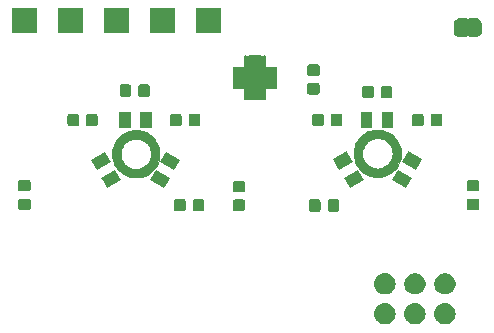
<source format=gbs>
G04 #@! TF.GenerationSoftware,KiCad,Pcbnew,(5.1.0)-1*
G04 #@! TF.CreationDate,2019-07-19T02:45:30-06:00*
G04 #@! TF.ProjectId,theremini,74686572-656d-4696-9e69-2e6b69636164,rev?*
G04 #@! TF.SameCoordinates,PX7b85180PY1758900*
G04 #@! TF.FileFunction,Soldermask,Bot*
G04 #@! TF.FilePolarity,Negative*
%FSLAX46Y46*%
G04 Gerber Fmt 4.6, Leading zero omitted, Abs format (unit mm)*
G04 Created by KiCad (PCBNEW (5.1.0)-1) date 2019-07-19 02:45:30*
%MOMM*%
%LPD*%
G04 APERTURE LIST*
%ADD10C,0.010000*%
%ADD11C,0.100000*%
G04 APERTURE END LIST*
D10*
G36*
X35057471Y-12768813D02*
G01*
X35123998Y-12769474D01*
X35177082Y-12770858D01*
X35220588Y-12773244D01*
X35258383Y-12776912D01*
X35294331Y-12782142D01*
X35332298Y-12789213D01*
X35371293Y-12797361D01*
X35573251Y-12851101D01*
X35765421Y-12923131D01*
X35946908Y-13012546D01*
X36116819Y-13118443D01*
X36274259Y-13239917D01*
X36418334Y-13376066D01*
X36548150Y-13525984D01*
X36662814Y-13688769D01*
X36761431Y-13863516D01*
X36843107Y-14049321D01*
X36906949Y-14245280D01*
X36939536Y-14382972D01*
X36947502Y-14424566D01*
X36953561Y-14462817D01*
X36957967Y-14501647D01*
X36960973Y-14544982D01*
X36962831Y-14596746D01*
X36963796Y-14660863D01*
X36964120Y-14741257D01*
X36964131Y-14764131D01*
X36963925Y-14849206D01*
X36963139Y-14917021D01*
X36961522Y-14971488D01*
X36958823Y-15016520D01*
X36954789Y-15056029D01*
X36949168Y-15093928D01*
X36941710Y-15134129D01*
X36939685Y-15144230D01*
X36888425Y-15345875D01*
X36818736Y-15538096D01*
X36731558Y-15719974D01*
X36627832Y-15890585D01*
X36508497Y-16049008D01*
X36374495Y-16194320D01*
X36226765Y-16325600D01*
X36066249Y-16441926D01*
X35893885Y-16542376D01*
X35710614Y-16626028D01*
X35517378Y-16691959D01*
X35315115Y-16739249D01*
X35312442Y-16739735D01*
X35264586Y-16746220D01*
X35200851Y-16751721D01*
X35126055Y-16756117D01*
X35045010Y-16759288D01*
X34962533Y-16761115D01*
X34883438Y-16761479D01*
X34812541Y-16760259D01*
X34754655Y-16757337D01*
X34725271Y-16754328D01*
X34531340Y-16718306D01*
X34341903Y-16665191D01*
X34160264Y-16596210D01*
X33989729Y-16512591D01*
X33857741Y-16432115D01*
X33691252Y-16307685D01*
X33540305Y-16169228D01*
X33405482Y-16017702D01*
X33287368Y-15854068D01*
X33186544Y-15679284D01*
X33103594Y-15494312D01*
X33039101Y-15300111D01*
X32993648Y-15097639D01*
X32976842Y-14981972D01*
X32970687Y-14903133D01*
X32968438Y-14809948D01*
X32969597Y-14727346D01*
X33682834Y-14727346D01*
X33682943Y-14769425D01*
X33683535Y-14841036D01*
X33684947Y-14896320D01*
X33687645Y-14940125D01*
X33692098Y-14977295D01*
X33698773Y-15012677D01*
X33708137Y-15051117D01*
X33711261Y-15062925D01*
X33765271Y-15226613D01*
X33836156Y-15378414D01*
X33923066Y-15517456D01*
X34025147Y-15642868D01*
X34141549Y-15753782D01*
X34271418Y-15849326D01*
X34413905Y-15928630D01*
X34568155Y-15990824D01*
X34641117Y-16012980D01*
X34774131Y-16040626D01*
X34915482Y-16054022D01*
X35057521Y-16052802D01*
X35180598Y-16038740D01*
X35339859Y-16001125D01*
X35490260Y-15945277D01*
X35630665Y-15872536D01*
X35759940Y-15784241D01*
X35876947Y-15681730D01*
X35980551Y-15566343D01*
X36069616Y-15439418D01*
X36143006Y-15302294D01*
X36199586Y-15156311D01*
X36238220Y-15002807D01*
X36257771Y-14843121D01*
X36260046Y-14766284D01*
X36249992Y-14598743D01*
X36219996Y-14438017D01*
X36170307Y-14284730D01*
X36101173Y-14139507D01*
X36012844Y-14002972D01*
X35905567Y-13875751D01*
X35905546Y-13875729D01*
X35783041Y-13761929D01*
X35650240Y-13666197D01*
X35508309Y-13589037D01*
X35358416Y-13530956D01*
X35201730Y-13492459D01*
X35039419Y-13474051D01*
X34973852Y-13472426D01*
X34805998Y-13482469D01*
X34645065Y-13512502D01*
X34491421Y-13562378D01*
X34345434Y-13631949D01*
X34207471Y-13721070D01*
X34077991Y-13829509D01*
X33968119Y-13947097D01*
X33875008Y-14076939D01*
X33798307Y-14219644D01*
X33737667Y-14375818D01*
X33711655Y-14465273D01*
X33700882Y-14508318D01*
X33693119Y-14545024D01*
X33687899Y-14580336D01*
X33684756Y-14619197D01*
X33683224Y-14666552D01*
X33682834Y-14727346D01*
X32969597Y-14727346D01*
X32969857Y-14708837D01*
X32974710Y-14606221D01*
X32982759Y-14508520D01*
X32993768Y-14422154D01*
X32998450Y-14394862D01*
X33045603Y-14198527D01*
X33111812Y-14009591D01*
X33196006Y-13829280D01*
X33297115Y-13658818D01*
X33414068Y-13499430D01*
X33545796Y-13352342D01*
X33691229Y-13218778D01*
X33849295Y-13099964D01*
X34018926Y-12997125D01*
X34199050Y-12911485D01*
X34339843Y-12859456D01*
X34426685Y-12832183D01*
X34503592Y-12810805D01*
X34575248Y-12794651D01*
X34646337Y-12783049D01*
X34721544Y-12775327D01*
X34805552Y-12770814D01*
X34903046Y-12768838D01*
X34973635Y-12768595D01*
X35057471Y-12768813D01*
X35057471Y-12768813D01*
G37*
X35057471Y-12768813D02*
X35123998Y-12769474D01*
X35177082Y-12770858D01*
X35220588Y-12773244D01*
X35258383Y-12776912D01*
X35294331Y-12782142D01*
X35332298Y-12789213D01*
X35371293Y-12797361D01*
X35573251Y-12851101D01*
X35765421Y-12923131D01*
X35946908Y-13012546D01*
X36116819Y-13118443D01*
X36274259Y-13239917D01*
X36418334Y-13376066D01*
X36548150Y-13525984D01*
X36662814Y-13688769D01*
X36761431Y-13863516D01*
X36843107Y-14049321D01*
X36906949Y-14245280D01*
X36939536Y-14382972D01*
X36947502Y-14424566D01*
X36953561Y-14462817D01*
X36957967Y-14501647D01*
X36960973Y-14544982D01*
X36962831Y-14596746D01*
X36963796Y-14660863D01*
X36964120Y-14741257D01*
X36964131Y-14764131D01*
X36963925Y-14849206D01*
X36963139Y-14917021D01*
X36961522Y-14971488D01*
X36958823Y-15016520D01*
X36954789Y-15056029D01*
X36949168Y-15093928D01*
X36941710Y-15134129D01*
X36939685Y-15144230D01*
X36888425Y-15345875D01*
X36818736Y-15538096D01*
X36731558Y-15719974D01*
X36627832Y-15890585D01*
X36508497Y-16049008D01*
X36374495Y-16194320D01*
X36226765Y-16325600D01*
X36066249Y-16441926D01*
X35893885Y-16542376D01*
X35710614Y-16626028D01*
X35517378Y-16691959D01*
X35315115Y-16739249D01*
X35312442Y-16739735D01*
X35264586Y-16746220D01*
X35200851Y-16751721D01*
X35126055Y-16756117D01*
X35045010Y-16759288D01*
X34962533Y-16761115D01*
X34883438Y-16761479D01*
X34812541Y-16760259D01*
X34754655Y-16757337D01*
X34725271Y-16754328D01*
X34531340Y-16718306D01*
X34341903Y-16665191D01*
X34160264Y-16596210D01*
X33989729Y-16512591D01*
X33857741Y-16432115D01*
X33691252Y-16307685D01*
X33540305Y-16169228D01*
X33405482Y-16017702D01*
X33287368Y-15854068D01*
X33186544Y-15679284D01*
X33103594Y-15494312D01*
X33039101Y-15300111D01*
X32993648Y-15097639D01*
X32976842Y-14981972D01*
X32970687Y-14903133D01*
X32968438Y-14809948D01*
X32969597Y-14727346D01*
X33682834Y-14727346D01*
X33682943Y-14769425D01*
X33683535Y-14841036D01*
X33684947Y-14896320D01*
X33687645Y-14940125D01*
X33692098Y-14977295D01*
X33698773Y-15012677D01*
X33708137Y-15051117D01*
X33711261Y-15062925D01*
X33765271Y-15226613D01*
X33836156Y-15378414D01*
X33923066Y-15517456D01*
X34025147Y-15642868D01*
X34141549Y-15753782D01*
X34271418Y-15849326D01*
X34413905Y-15928630D01*
X34568155Y-15990824D01*
X34641117Y-16012980D01*
X34774131Y-16040626D01*
X34915482Y-16054022D01*
X35057521Y-16052802D01*
X35180598Y-16038740D01*
X35339859Y-16001125D01*
X35490260Y-15945277D01*
X35630665Y-15872536D01*
X35759940Y-15784241D01*
X35876947Y-15681730D01*
X35980551Y-15566343D01*
X36069616Y-15439418D01*
X36143006Y-15302294D01*
X36199586Y-15156311D01*
X36238220Y-15002807D01*
X36257771Y-14843121D01*
X36260046Y-14766284D01*
X36249992Y-14598743D01*
X36219996Y-14438017D01*
X36170307Y-14284730D01*
X36101173Y-14139507D01*
X36012844Y-14002972D01*
X35905567Y-13875751D01*
X35905546Y-13875729D01*
X35783041Y-13761929D01*
X35650240Y-13666197D01*
X35508309Y-13589037D01*
X35358416Y-13530956D01*
X35201730Y-13492459D01*
X35039419Y-13474051D01*
X34973852Y-13472426D01*
X34805998Y-13482469D01*
X34645065Y-13512502D01*
X34491421Y-13562378D01*
X34345434Y-13631949D01*
X34207471Y-13721070D01*
X34077991Y-13829509D01*
X33968119Y-13947097D01*
X33875008Y-14076939D01*
X33798307Y-14219644D01*
X33737667Y-14375818D01*
X33711655Y-14465273D01*
X33700882Y-14508318D01*
X33693119Y-14545024D01*
X33687899Y-14580336D01*
X33684756Y-14619197D01*
X33683224Y-14666552D01*
X33682834Y-14727346D01*
X32969597Y-14727346D01*
X32969857Y-14708837D01*
X32974710Y-14606221D01*
X32982759Y-14508520D01*
X32993768Y-14422154D01*
X32998450Y-14394862D01*
X33045603Y-14198527D01*
X33111812Y-14009591D01*
X33196006Y-13829280D01*
X33297115Y-13658818D01*
X33414068Y-13499430D01*
X33545796Y-13352342D01*
X33691229Y-13218778D01*
X33849295Y-13099964D01*
X34018926Y-12997125D01*
X34199050Y-12911485D01*
X34339843Y-12859456D01*
X34426685Y-12832183D01*
X34503592Y-12810805D01*
X34575248Y-12794651D01*
X34646337Y-12783049D01*
X34721544Y-12775327D01*
X34805552Y-12770814D01*
X34903046Y-12768838D01*
X34973635Y-12768595D01*
X35057471Y-12768813D01*
G36*
X14612040Y-12804001D02*
G01*
X14708925Y-12808455D01*
X14763132Y-12813533D01*
X14963421Y-12847677D01*
X15157773Y-12901846D01*
X15344921Y-12975413D01*
X15523598Y-13067748D01*
X15692538Y-13178223D01*
X15850473Y-13306210D01*
X15950751Y-13402731D01*
X16042522Y-13501521D01*
X16120089Y-13595026D01*
X16187401Y-13688861D01*
X16248406Y-13788643D01*
X16307054Y-13899988D01*
X16321980Y-13930642D01*
X16373563Y-14044521D01*
X16414388Y-14150369D01*
X16447327Y-14256361D01*
X16472968Y-14360278D01*
X16507717Y-14564123D01*
X16521839Y-14766964D01*
X16515840Y-14967547D01*
X16490227Y-15164621D01*
X16445506Y-15356931D01*
X16382182Y-15543224D01*
X16300762Y-15722249D01*
X16201752Y-15892751D01*
X16085657Y-16053478D01*
X15952985Y-16203177D01*
X15804241Y-16340594D01*
X15639931Y-16464477D01*
X15616886Y-16479897D01*
X15448475Y-16579220D01*
X15270115Y-16661334D01*
X15080331Y-16726822D01*
X14877647Y-16776265D01*
X14854568Y-16780736D01*
X14800379Y-16788321D01*
X14730068Y-16794222D01*
X14648627Y-16798370D01*
X14561049Y-16800698D01*
X14472325Y-16801136D01*
X14387446Y-16799617D01*
X14311406Y-16796072D01*
X14249196Y-16790434D01*
X14239568Y-16789151D01*
X14038375Y-16750148D01*
X13844374Y-16691805D01*
X13658755Y-16614994D01*
X13482708Y-16520586D01*
X13317422Y-16409453D01*
X13164089Y-16282468D01*
X13023899Y-16140504D01*
X12898040Y-15984431D01*
X12787705Y-15815124D01*
X12710305Y-15668410D01*
X12631535Y-15478839D01*
X12572910Y-15284698D01*
X12534331Y-15087440D01*
X12515698Y-14888518D01*
X12516634Y-14734894D01*
X13227700Y-14734894D01*
X13228607Y-14894439D01*
X13249374Y-15052535D01*
X13289057Y-15203393D01*
X13350597Y-15355818D01*
X13429629Y-15497362D01*
X13524857Y-15626902D01*
X13634980Y-15743320D01*
X13758702Y-15845493D01*
X13894723Y-15932301D01*
X14041745Y-16002623D01*
X14198471Y-16055339D01*
X14304006Y-16079459D01*
X14359048Y-16086544D01*
X14428399Y-16090618D01*
X14506196Y-16091801D01*
X14586571Y-16090213D01*
X14663659Y-16085971D01*
X14731595Y-16079194D01*
X14784514Y-16070001D01*
X14785748Y-16069704D01*
X14950775Y-16020032D01*
X15102350Y-15954369D01*
X15241561Y-15872121D01*
X15369495Y-15772694D01*
X15426850Y-15719055D01*
X15535115Y-15597122D01*
X15627563Y-15462039D01*
X15703083Y-15315893D01*
X15760565Y-15160767D01*
X15792784Y-15031767D01*
X15799881Y-14980379D01*
X15804576Y-14914052D01*
X15806868Y-14838884D01*
X15806754Y-14760977D01*
X15804233Y-14686428D01*
X15799303Y-14621339D01*
X15792925Y-14576494D01*
X15750678Y-14412384D01*
X15690388Y-14259281D01*
X15611806Y-14116716D01*
X15514682Y-13984216D01*
X15431600Y-13893244D01*
X15305919Y-13781208D01*
X15171530Y-13688439D01*
X15028780Y-13615080D01*
X14878017Y-13561278D01*
X14719586Y-13527176D01*
X14553837Y-13512919D01*
X14517020Y-13512460D01*
X14354170Y-13521757D01*
X14199285Y-13549970D01*
X14050316Y-13597708D01*
X13905216Y-13665583D01*
X13806004Y-13724657D01*
X13743316Y-13770614D01*
X13674408Y-13830174D01*
X13603786Y-13898679D01*
X13535958Y-13971475D01*
X13475432Y-14043907D01*
X13426715Y-14111320D01*
X13417464Y-14125934D01*
X13341535Y-14269421D01*
X13284425Y-14420200D01*
X13246393Y-14576086D01*
X13227700Y-14734894D01*
X12516634Y-14734894D01*
X12516912Y-14689387D01*
X12537873Y-14491500D01*
X12578482Y-14296310D01*
X12638639Y-14105271D01*
X12718245Y-13919836D01*
X12817200Y-13741458D01*
X12845231Y-13697712D01*
X12966546Y-13532527D01*
X13102738Y-13382003D01*
X13252742Y-13246859D01*
X13415497Y-13127817D01*
X13589938Y-13025596D01*
X13775001Y-12940917D01*
X13969625Y-12874500D01*
X14113081Y-12838814D01*
X14194867Y-12825016D01*
X14291640Y-12814403D01*
X14397415Y-12807207D01*
X14506209Y-12803662D01*
X14612040Y-12804001D01*
X14612040Y-12804001D01*
G37*
X14612040Y-12804001D02*
X14708925Y-12808455D01*
X14763132Y-12813533D01*
X14963421Y-12847677D01*
X15157773Y-12901846D01*
X15344921Y-12975413D01*
X15523598Y-13067748D01*
X15692538Y-13178223D01*
X15850473Y-13306210D01*
X15950751Y-13402731D01*
X16042522Y-13501521D01*
X16120089Y-13595026D01*
X16187401Y-13688861D01*
X16248406Y-13788643D01*
X16307054Y-13899988D01*
X16321980Y-13930642D01*
X16373563Y-14044521D01*
X16414388Y-14150369D01*
X16447327Y-14256361D01*
X16472968Y-14360278D01*
X16507717Y-14564123D01*
X16521839Y-14766964D01*
X16515840Y-14967547D01*
X16490227Y-15164621D01*
X16445506Y-15356931D01*
X16382182Y-15543224D01*
X16300762Y-15722249D01*
X16201752Y-15892751D01*
X16085657Y-16053478D01*
X15952985Y-16203177D01*
X15804241Y-16340594D01*
X15639931Y-16464477D01*
X15616886Y-16479897D01*
X15448475Y-16579220D01*
X15270115Y-16661334D01*
X15080331Y-16726822D01*
X14877647Y-16776265D01*
X14854568Y-16780736D01*
X14800379Y-16788321D01*
X14730068Y-16794222D01*
X14648627Y-16798370D01*
X14561049Y-16800698D01*
X14472325Y-16801136D01*
X14387446Y-16799617D01*
X14311406Y-16796072D01*
X14249196Y-16790434D01*
X14239568Y-16789151D01*
X14038375Y-16750148D01*
X13844374Y-16691805D01*
X13658755Y-16614994D01*
X13482708Y-16520586D01*
X13317422Y-16409453D01*
X13164089Y-16282468D01*
X13023899Y-16140504D01*
X12898040Y-15984431D01*
X12787705Y-15815124D01*
X12710305Y-15668410D01*
X12631535Y-15478839D01*
X12572910Y-15284698D01*
X12534331Y-15087440D01*
X12515698Y-14888518D01*
X12516634Y-14734894D01*
X13227700Y-14734894D01*
X13228607Y-14894439D01*
X13249374Y-15052535D01*
X13289057Y-15203393D01*
X13350597Y-15355818D01*
X13429629Y-15497362D01*
X13524857Y-15626902D01*
X13634980Y-15743320D01*
X13758702Y-15845493D01*
X13894723Y-15932301D01*
X14041745Y-16002623D01*
X14198471Y-16055339D01*
X14304006Y-16079459D01*
X14359048Y-16086544D01*
X14428399Y-16090618D01*
X14506196Y-16091801D01*
X14586571Y-16090213D01*
X14663659Y-16085971D01*
X14731595Y-16079194D01*
X14784514Y-16070001D01*
X14785748Y-16069704D01*
X14950775Y-16020032D01*
X15102350Y-15954369D01*
X15241561Y-15872121D01*
X15369495Y-15772694D01*
X15426850Y-15719055D01*
X15535115Y-15597122D01*
X15627563Y-15462039D01*
X15703083Y-15315893D01*
X15760565Y-15160767D01*
X15792784Y-15031767D01*
X15799881Y-14980379D01*
X15804576Y-14914052D01*
X15806868Y-14838884D01*
X15806754Y-14760977D01*
X15804233Y-14686428D01*
X15799303Y-14621339D01*
X15792925Y-14576494D01*
X15750678Y-14412384D01*
X15690388Y-14259281D01*
X15611806Y-14116716D01*
X15514682Y-13984216D01*
X15431600Y-13893244D01*
X15305919Y-13781208D01*
X15171530Y-13688439D01*
X15028780Y-13615080D01*
X14878017Y-13561278D01*
X14719586Y-13527176D01*
X14553837Y-13512919D01*
X14517020Y-13512460D01*
X14354170Y-13521757D01*
X14199285Y-13549970D01*
X14050316Y-13597708D01*
X13905216Y-13665583D01*
X13806004Y-13724657D01*
X13743316Y-13770614D01*
X13674408Y-13830174D01*
X13603786Y-13898679D01*
X13535958Y-13971475D01*
X13475432Y-14043907D01*
X13426715Y-14111320D01*
X13417464Y-14125934D01*
X13341535Y-14269421D01*
X13284425Y-14420200D01*
X13246393Y-14576086D01*
X13227700Y-14734894D01*
X12516634Y-14734894D01*
X12516912Y-14689387D01*
X12537873Y-14491500D01*
X12578482Y-14296310D01*
X12638639Y-14105271D01*
X12718245Y-13919836D01*
X12817200Y-13741458D01*
X12845231Y-13697712D01*
X12966546Y-13532527D01*
X13102738Y-13382003D01*
X13252742Y-13246859D01*
X13415497Y-13127817D01*
X13589938Y-13025596D01*
X13775001Y-12940917D01*
X13969625Y-12874500D01*
X14113081Y-12838814D01*
X14194867Y-12825016D01*
X14291640Y-12814403D01*
X14397415Y-12807207D01*
X14506209Y-12803662D01*
X14612040Y-12804001D01*
D11*
G36*
X35720443Y-27455519D02*
G01*
X35786627Y-27462037D01*
X35956466Y-27513557D01*
X36112991Y-27597222D01*
X36148729Y-27626552D01*
X36250186Y-27709814D01*
X36333448Y-27811271D01*
X36362778Y-27847009D01*
X36446443Y-28003534D01*
X36497963Y-28173373D01*
X36515359Y-28350000D01*
X36497963Y-28526627D01*
X36446443Y-28696466D01*
X36362778Y-28852991D01*
X36333448Y-28888729D01*
X36250186Y-28990186D01*
X36148729Y-29073448D01*
X36112991Y-29102778D01*
X35956466Y-29186443D01*
X35786627Y-29237963D01*
X35720442Y-29244482D01*
X35654260Y-29251000D01*
X35565740Y-29251000D01*
X35499558Y-29244482D01*
X35433373Y-29237963D01*
X35263534Y-29186443D01*
X35107009Y-29102778D01*
X35071271Y-29073448D01*
X34969814Y-28990186D01*
X34886552Y-28888729D01*
X34857222Y-28852991D01*
X34773557Y-28696466D01*
X34722037Y-28526627D01*
X34704641Y-28350000D01*
X34722037Y-28173373D01*
X34773557Y-28003534D01*
X34857222Y-27847009D01*
X34886552Y-27811271D01*
X34969814Y-27709814D01*
X35071271Y-27626552D01*
X35107009Y-27597222D01*
X35263534Y-27513557D01*
X35433373Y-27462037D01*
X35499558Y-27455518D01*
X35565740Y-27449000D01*
X35654260Y-27449000D01*
X35720443Y-27455519D01*
X35720443Y-27455519D01*
G37*
G36*
X38260443Y-27455519D02*
G01*
X38326627Y-27462037D01*
X38496466Y-27513557D01*
X38652991Y-27597222D01*
X38688729Y-27626552D01*
X38790186Y-27709814D01*
X38873448Y-27811271D01*
X38902778Y-27847009D01*
X38986443Y-28003534D01*
X39037963Y-28173373D01*
X39055359Y-28350000D01*
X39037963Y-28526627D01*
X38986443Y-28696466D01*
X38902778Y-28852991D01*
X38873448Y-28888729D01*
X38790186Y-28990186D01*
X38688729Y-29073448D01*
X38652991Y-29102778D01*
X38496466Y-29186443D01*
X38326627Y-29237963D01*
X38260442Y-29244482D01*
X38194260Y-29251000D01*
X38105740Y-29251000D01*
X38039558Y-29244482D01*
X37973373Y-29237963D01*
X37803534Y-29186443D01*
X37647009Y-29102778D01*
X37611271Y-29073448D01*
X37509814Y-28990186D01*
X37426552Y-28888729D01*
X37397222Y-28852991D01*
X37313557Y-28696466D01*
X37262037Y-28526627D01*
X37244641Y-28350000D01*
X37262037Y-28173373D01*
X37313557Y-28003534D01*
X37397222Y-27847009D01*
X37426552Y-27811271D01*
X37509814Y-27709814D01*
X37611271Y-27626552D01*
X37647009Y-27597222D01*
X37803534Y-27513557D01*
X37973373Y-27462037D01*
X38039558Y-27455518D01*
X38105740Y-27449000D01*
X38194260Y-27449000D01*
X38260443Y-27455519D01*
X38260443Y-27455519D01*
G37*
G36*
X40800443Y-27455519D02*
G01*
X40866627Y-27462037D01*
X41036466Y-27513557D01*
X41192991Y-27597222D01*
X41228729Y-27626552D01*
X41330186Y-27709814D01*
X41413448Y-27811271D01*
X41442778Y-27847009D01*
X41526443Y-28003534D01*
X41577963Y-28173373D01*
X41595359Y-28350000D01*
X41577963Y-28526627D01*
X41526443Y-28696466D01*
X41442778Y-28852991D01*
X41413448Y-28888729D01*
X41330186Y-28990186D01*
X41228729Y-29073448D01*
X41192991Y-29102778D01*
X41036466Y-29186443D01*
X40866627Y-29237963D01*
X40800442Y-29244482D01*
X40734260Y-29251000D01*
X40645740Y-29251000D01*
X40579558Y-29244482D01*
X40513373Y-29237963D01*
X40343534Y-29186443D01*
X40187009Y-29102778D01*
X40151271Y-29073448D01*
X40049814Y-28990186D01*
X39966552Y-28888729D01*
X39937222Y-28852991D01*
X39853557Y-28696466D01*
X39802037Y-28526627D01*
X39784641Y-28350000D01*
X39802037Y-28173373D01*
X39853557Y-28003534D01*
X39937222Y-27847009D01*
X39966552Y-27811271D01*
X40049814Y-27709814D01*
X40151271Y-27626552D01*
X40187009Y-27597222D01*
X40343534Y-27513557D01*
X40513373Y-27462037D01*
X40579558Y-27455518D01*
X40645740Y-27449000D01*
X40734260Y-27449000D01*
X40800443Y-27455519D01*
X40800443Y-27455519D01*
G37*
G36*
X40803512Y-24913927D02*
G01*
X40952812Y-24943624D01*
X41116784Y-25011544D01*
X41264354Y-25110147D01*
X41389853Y-25235646D01*
X41488456Y-25383216D01*
X41556376Y-25547188D01*
X41591000Y-25721259D01*
X41591000Y-25898741D01*
X41556376Y-26072812D01*
X41488456Y-26236784D01*
X41389853Y-26384354D01*
X41264354Y-26509853D01*
X41116784Y-26608456D01*
X40952812Y-26676376D01*
X40803512Y-26706073D01*
X40778742Y-26711000D01*
X40601258Y-26711000D01*
X40576488Y-26706073D01*
X40427188Y-26676376D01*
X40263216Y-26608456D01*
X40115646Y-26509853D01*
X39990147Y-26384354D01*
X39891544Y-26236784D01*
X39823624Y-26072812D01*
X39789000Y-25898741D01*
X39789000Y-25721259D01*
X39823624Y-25547188D01*
X39891544Y-25383216D01*
X39990147Y-25235646D01*
X40115646Y-25110147D01*
X40263216Y-25011544D01*
X40427188Y-24943624D01*
X40576488Y-24913927D01*
X40601258Y-24909000D01*
X40778742Y-24909000D01*
X40803512Y-24913927D01*
X40803512Y-24913927D01*
G37*
G36*
X38263512Y-24913927D02*
G01*
X38412812Y-24943624D01*
X38576784Y-25011544D01*
X38724354Y-25110147D01*
X38849853Y-25235646D01*
X38948456Y-25383216D01*
X39016376Y-25547188D01*
X39051000Y-25721259D01*
X39051000Y-25898741D01*
X39016376Y-26072812D01*
X38948456Y-26236784D01*
X38849853Y-26384354D01*
X38724354Y-26509853D01*
X38576784Y-26608456D01*
X38412812Y-26676376D01*
X38263512Y-26706073D01*
X38238742Y-26711000D01*
X38061258Y-26711000D01*
X38036488Y-26706073D01*
X37887188Y-26676376D01*
X37723216Y-26608456D01*
X37575646Y-26509853D01*
X37450147Y-26384354D01*
X37351544Y-26236784D01*
X37283624Y-26072812D01*
X37249000Y-25898741D01*
X37249000Y-25721259D01*
X37283624Y-25547188D01*
X37351544Y-25383216D01*
X37450147Y-25235646D01*
X37575646Y-25110147D01*
X37723216Y-25011544D01*
X37887188Y-24943624D01*
X38036488Y-24913927D01*
X38061258Y-24909000D01*
X38238742Y-24909000D01*
X38263512Y-24913927D01*
X38263512Y-24913927D01*
G37*
G36*
X35720442Y-24915518D02*
G01*
X35786627Y-24922037D01*
X35956466Y-24973557D01*
X36112991Y-25057222D01*
X36148729Y-25086552D01*
X36250186Y-25169814D01*
X36333448Y-25271271D01*
X36362778Y-25307009D01*
X36446443Y-25463534D01*
X36497963Y-25633373D01*
X36515359Y-25810000D01*
X36497963Y-25986627D01*
X36446443Y-26156466D01*
X36362778Y-26312991D01*
X36333448Y-26348729D01*
X36250186Y-26450186D01*
X36177480Y-26509853D01*
X36112991Y-26562778D01*
X35956466Y-26646443D01*
X35786627Y-26697963D01*
X35720442Y-26704482D01*
X35654260Y-26711000D01*
X35565740Y-26711000D01*
X35499558Y-26704482D01*
X35433373Y-26697963D01*
X35263534Y-26646443D01*
X35107009Y-26562778D01*
X35042520Y-26509853D01*
X34969814Y-26450186D01*
X34886552Y-26348729D01*
X34857222Y-26312991D01*
X34773557Y-26156466D01*
X34722037Y-25986627D01*
X34704641Y-25810000D01*
X34722037Y-25633373D01*
X34773557Y-25463534D01*
X34857222Y-25307009D01*
X34886552Y-25271271D01*
X34969814Y-25169814D01*
X35071271Y-25086552D01*
X35107009Y-25057222D01*
X35263534Y-24973557D01*
X35433373Y-24922037D01*
X35499558Y-24915518D01*
X35565740Y-24909000D01*
X35654260Y-24909000D01*
X35720442Y-24915518D01*
X35720442Y-24915518D01*
G37*
G36*
X31589591Y-18658085D02*
G01*
X31623569Y-18668393D01*
X31654890Y-18685134D01*
X31682339Y-18707661D01*
X31704866Y-18735110D01*
X31721607Y-18766431D01*
X31731915Y-18800409D01*
X31736000Y-18841890D01*
X31736000Y-19518110D01*
X31731915Y-19559591D01*
X31721607Y-19593569D01*
X31704866Y-19624890D01*
X31682339Y-19652339D01*
X31654890Y-19674866D01*
X31623569Y-19691607D01*
X31589591Y-19701915D01*
X31548110Y-19706000D01*
X30946890Y-19706000D01*
X30905409Y-19701915D01*
X30871431Y-19691607D01*
X30840110Y-19674866D01*
X30812661Y-19652339D01*
X30790134Y-19624890D01*
X30773393Y-19593569D01*
X30763085Y-19559591D01*
X30759000Y-19518110D01*
X30759000Y-18841890D01*
X30763085Y-18800409D01*
X30773393Y-18766431D01*
X30790134Y-18735110D01*
X30812661Y-18707661D01*
X30840110Y-18685134D01*
X30871431Y-18668393D01*
X30905409Y-18658085D01*
X30946890Y-18654000D01*
X31548110Y-18654000D01*
X31589591Y-18658085D01*
X31589591Y-18658085D01*
G37*
G36*
X30014591Y-18658085D02*
G01*
X30048569Y-18668393D01*
X30079890Y-18685134D01*
X30107339Y-18707661D01*
X30129866Y-18735110D01*
X30146607Y-18766431D01*
X30156915Y-18800409D01*
X30161000Y-18841890D01*
X30161000Y-19518110D01*
X30156915Y-19559591D01*
X30146607Y-19593569D01*
X30129866Y-19624890D01*
X30107339Y-19652339D01*
X30079890Y-19674866D01*
X30048569Y-19691607D01*
X30014591Y-19701915D01*
X29973110Y-19706000D01*
X29371890Y-19706000D01*
X29330409Y-19701915D01*
X29296431Y-19691607D01*
X29265110Y-19674866D01*
X29237661Y-19652339D01*
X29215134Y-19624890D01*
X29198393Y-19593569D01*
X29188085Y-19559591D01*
X29184000Y-19518110D01*
X29184000Y-18841890D01*
X29188085Y-18800409D01*
X29198393Y-18766431D01*
X29215134Y-18735110D01*
X29237661Y-18707661D01*
X29265110Y-18685134D01*
X29296431Y-18668393D01*
X29330409Y-18658085D01*
X29371890Y-18654000D01*
X29973110Y-18654000D01*
X30014591Y-18658085D01*
X30014591Y-18658085D01*
G37*
G36*
X20159591Y-18628085D02*
G01*
X20193569Y-18638393D01*
X20224890Y-18655134D01*
X20252339Y-18677661D01*
X20274866Y-18705110D01*
X20291607Y-18736431D01*
X20301915Y-18770409D01*
X20306000Y-18811890D01*
X20306000Y-19488110D01*
X20301915Y-19529591D01*
X20291607Y-19563569D01*
X20274866Y-19594890D01*
X20252339Y-19622339D01*
X20224890Y-19644866D01*
X20193569Y-19661607D01*
X20159591Y-19671915D01*
X20118110Y-19676000D01*
X19516890Y-19676000D01*
X19475409Y-19671915D01*
X19441431Y-19661607D01*
X19410110Y-19644866D01*
X19382661Y-19622339D01*
X19360134Y-19594890D01*
X19343393Y-19563569D01*
X19333085Y-19529591D01*
X19329000Y-19488110D01*
X19329000Y-18811890D01*
X19333085Y-18770409D01*
X19343393Y-18736431D01*
X19360134Y-18705110D01*
X19382661Y-18677661D01*
X19410110Y-18655134D01*
X19441431Y-18638393D01*
X19475409Y-18628085D01*
X19516890Y-18624000D01*
X20118110Y-18624000D01*
X20159591Y-18628085D01*
X20159591Y-18628085D01*
G37*
G36*
X18584591Y-18628085D02*
G01*
X18618569Y-18638393D01*
X18649890Y-18655134D01*
X18677339Y-18677661D01*
X18699866Y-18705110D01*
X18716607Y-18736431D01*
X18726915Y-18770409D01*
X18731000Y-18811890D01*
X18731000Y-19488110D01*
X18726915Y-19529591D01*
X18716607Y-19563569D01*
X18699866Y-19594890D01*
X18677339Y-19622339D01*
X18649890Y-19644866D01*
X18618569Y-19661607D01*
X18584591Y-19671915D01*
X18543110Y-19676000D01*
X17941890Y-19676000D01*
X17900409Y-19671915D01*
X17866431Y-19661607D01*
X17835110Y-19644866D01*
X17807661Y-19622339D01*
X17785134Y-19594890D01*
X17768393Y-19563569D01*
X17758085Y-19529591D01*
X17754000Y-19488110D01*
X17754000Y-18811890D01*
X17758085Y-18770409D01*
X17768393Y-18736431D01*
X17785134Y-18705110D01*
X17807661Y-18677661D01*
X17835110Y-18655134D01*
X17866431Y-18638393D01*
X17900409Y-18628085D01*
X17941890Y-18624000D01*
X18543110Y-18624000D01*
X18584591Y-18628085D01*
X18584591Y-18628085D01*
G37*
G36*
X23619591Y-18673085D02*
G01*
X23653569Y-18683393D01*
X23684890Y-18700134D01*
X23712339Y-18722661D01*
X23734866Y-18750110D01*
X23751607Y-18781431D01*
X23761915Y-18815409D01*
X23766000Y-18856890D01*
X23766000Y-19458110D01*
X23761915Y-19499591D01*
X23751607Y-19533569D01*
X23734866Y-19564890D01*
X23712339Y-19592339D01*
X23684890Y-19614866D01*
X23653569Y-19631607D01*
X23619591Y-19641915D01*
X23578110Y-19646000D01*
X22901890Y-19646000D01*
X22860409Y-19641915D01*
X22826431Y-19631607D01*
X22795110Y-19614866D01*
X22767661Y-19592339D01*
X22745134Y-19564890D01*
X22728393Y-19533569D01*
X22718085Y-19499591D01*
X22714000Y-19458110D01*
X22714000Y-18856890D01*
X22718085Y-18815409D01*
X22728393Y-18781431D01*
X22745134Y-18750110D01*
X22767661Y-18722661D01*
X22795110Y-18700134D01*
X22826431Y-18683393D01*
X22860409Y-18673085D01*
X22901890Y-18669000D01*
X23578110Y-18669000D01*
X23619591Y-18673085D01*
X23619591Y-18673085D01*
G37*
G36*
X43449591Y-18593085D02*
G01*
X43483569Y-18603393D01*
X43514890Y-18620134D01*
X43542339Y-18642661D01*
X43564866Y-18670110D01*
X43581607Y-18701431D01*
X43591915Y-18735409D01*
X43596000Y-18776890D01*
X43596000Y-19378110D01*
X43591915Y-19419591D01*
X43581607Y-19453569D01*
X43564866Y-19484890D01*
X43542339Y-19512339D01*
X43514890Y-19534866D01*
X43483569Y-19551607D01*
X43449591Y-19561915D01*
X43408110Y-19566000D01*
X42731890Y-19566000D01*
X42690409Y-19561915D01*
X42656431Y-19551607D01*
X42625110Y-19534866D01*
X42597661Y-19512339D01*
X42575134Y-19484890D01*
X42558393Y-19453569D01*
X42548085Y-19419591D01*
X42544000Y-19378110D01*
X42544000Y-18776890D01*
X42548085Y-18735409D01*
X42558393Y-18701431D01*
X42575134Y-18670110D01*
X42597661Y-18642661D01*
X42625110Y-18620134D01*
X42656431Y-18603393D01*
X42690409Y-18593085D01*
X42731890Y-18589000D01*
X43408110Y-18589000D01*
X43449591Y-18593085D01*
X43449591Y-18593085D01*
G37*
G36*
X5469591Y-18593085D02*
G01*
X5503569Y-18603393D01*
X5534890Y-18620134D01*
X5562339Y-18642661D01*
X5584866Y-18670110D01*
X5601607Y-18701431D01*
X5611915Y-18735409D01*
X5616000Y-18776890D01*
X5616000Y-19378110D01*
X5611915Y-19419591D01*
X5601607Y-19453569D01*
X5584866Y-19484890D01*
X5562339Y-19512339D01*
X5534890Y-19534866D01*
X5503569Y-19551607D01*
X5469591Y-19561915D01*
X5428110Y-19566000D01*
X4751890Y-19566000D01*
X4710409Y-19561915D01*
X4676431Y-19551607D01*
X4645110Y-19534866D01*
X4617661Y-19512339D01*
X4595134Y-19484890D01*
X4578393Y-19453569D01*
X4568085Y-19419591D01*
X4564000Y-19378110D01*
X4564000Y-18776890D01*
X4568085Y-18735409D01*
X4578393Y-18701431D01*
X4595134Y-18670110D01*
X4617661Y-18642661D01*
X4645110Y-18620134D01*
X4676431Y-18603393D01*
X4710409Y-18593085D01*
X4751890Y-18589000D01*
X5428110Y-18589000D01*
X5469591Y-18593085D01*
X5469591Y-18593085D01*
G37*
G36*
X23619591Y-17098085D02*
G01*
X23653569Y-17108393D01*
X23684890Y-17125134D01*
X23712339Y-17147661D01*
X23734866Y-17175110D01*
X23751607Y-17206431D01*
X23761915Y-17240409D01*
X23766000Y-17281890D01*
X23766000Y-17883110D01*
X23761915Y-17924591D01*
X23751607Y-17958569D01*
X23734866Y-17989890D01*
X23712339Y-18017339D01*
X23684890Y-18039866D01*
X23653569Y-18056607D01*
X23619591Y-18066915D01*
X23578110Y-18071000D01*
X22901890Y-18071000D01*
X22860409Y-18066915D01*
X22826431Y-18056607D01*
X22795110Y-18039866D01*
X22767661Y-18017339D01*
X22745134Y-17989890D01*
X22728393Y-17958569D01*
X22718085Y-17924591D01*
X22714000Y-17883110D01*
X22714000Y-17281890D01*
X22718085Y-17240409D01*
X22728393Y-17206431D01*
X22745134Y-17175110D01*
X22767661Y-17147661D01*
X22795110Y-17125134D01*
X22826431Y-17108393D01*
X22860409Y-17098085D01*
X22901890Y-17094000D01*
X23578110Y-17094000D01*
X23619591Y-17098085D01*
X23619591Y-17098085D01*
G37*
G36*
X5469591Y-17018085D02*
G01*
X5503569Y-17028393D01*
X5534890Y-17045134D01*
X5562339Y-17067661D01*
X5584866Y-17095110D01*
X5601607Y-17126431D01*
X5611915Y-17160409D01*
X5616000Y-17201890D01*
X5616000Y-17803110D01*
X5611915Y-17844591D01*
X5601607Y-17878569D01*
X5584866Y-17909890D01*
X5562339Y-17937339D01*
X5534890Y-17959866D01*
X5503569Y-17976607D01*
X5469591Y-17986915D01*
X5428110Y-17991000D01*
X4751890Y-17991000D01*
X4710409Y-17986915D01*
X4676431Y-17976607D01*
X4645110Y-17959866D01*
X4617661Y-17937339D01*
X4595134Y-17909890D01*
X4578393Y-17878569D01*
X4568085Y-17844591D01*
X4564000Y-17803110D01*
X4564000Y-17201890D01*
X4568085Y-17160409D01*
X4578393Y-17126431D01*
X4595134Y-17095110D01*
X4617661Y-17067661D01*
X4645110Y-17045134D01*
X4676431Y-17028393D01*
X4710409Y-17018085D01*
X4751890Y-17014000D01*
X5428110Y-17014000D01*
X5469591Y-17018085D01*
X5469591Y-17018085D01*
G37*
G36*
X43449591Y-17018085D02*
G01*
X43483569Y-17028393D01*
X43514890Y-17045134D01*
X43542339Y-17067661D01*
X43564866Y-17095110D01*
X43581607Y-17126431D01*
X43591915Y-17160409D01*
X43596000Y-17201890D01*
X43596000Y-17803110D01*
X43591915Y-17844591D01*
X43581607Y-17878569D01*
X43564866Y-17909890D01*
X43542339Y-17937339D01*
X43514890Y-17959866D01*
X43483569Y-17976607D01*
X43449591Y-17986915D01*
X43408110Y-17991000D01*
X42731890Y-17991000D01*
X42690409Y-17986915D01*
X42656431Y-17976607D01*
X42625110Y-17959866D01*
X42597661Y-17937339D01*
X42575134Y-17909890D01*
X42558393Y-17878569D01*
X42548085Y-17844591D01*
X42544000Y-17803110D01*
X42544000Y-17201890D01*
X42548085Y-17160409D01*
X42558393Y-17126431D01*
X42575134Y-17095110D01*
X42597661Y-17067661D01*
X42625110Y-17045134D01*
X42656431Y-17028393D01*
X42690409Y-17018085D01*
X42731890Y-17014000D01*
X43408110Y-17014000D01*
X43449591Y-17018085D01*
X43449591Y-17018085D01*
G37*
G36*
X17397343Y-16833781D02*
G01*
X17397343Y-16833782D01*
X17206241Y-17164780D01*
X16901843Y-17692013D01*
X15713657Y-17006013D01*
X15713657Y-17006012D01*
X16206595Y-16152219D01*
X16209157Y-16147781D01*
X17397343Y-16833781D01*
X17397343Y-16833781D01*
G37*
G36*
X12793405Y-16152219D02*
G01*
X13286343Y-17006012D01*
X13286343Y-17006013D01*
X12098157Y-17692013D01*
X11793759Y-17164780D01*
X11602657Y-16833782D01*
X11602657Y-16833781D01*
X12790843Y-16147781D01*
X12793405Y-16152219D01*
X12793405Y-16152219D01*
G37*
G36*
X33558593Y-16566897D02*
G01*
X33806343Y-16996012D01*
X33806343Y-16996013D01*
X32618157Y-17682013D01*
X32289402Y-17112592D01*
X32122657Y-16823782D01*
X32122657Y-16823781D01*
X33310843Y-16137781D01*
X33558593Y-16566897D01*
X33558593Y-16566897D01*
G37*
G36*
X37887343Y-16823781D02*
G01*
X37887343Y-16823782D01*
X37720598Y-17112592D01*
X37391843Y-17682013D01*
X36203657Y-16996013D01*
X36203657Y-16996012D01*
X36451407Y-16566897D01*
X36699157Y-16137781D01*
X37887343Y-16823781D01*
X37887343Y-16823781D01*
G37*
G36*
X18286343Y-15293987D02*
G01*
X18286343Y-15293988D01*
X18186905Y-15466219D01*
X17790843Y-16152219D01*
X16602657Y-15466219D01*
X16602657Y-15466218D01*
X16850407Y-15037103D01*
X17098157Y-14607987D01*
X18286343Y-15293987D01*
X18286343Y-15293987D01*
G37*
G36*
X12149593Y-15037103D02*
G01*
X12397343Y-15466218D01*
X12397343Y-15466219D01*
X11209157Y-16152219D01*
X10813095Y-15466219D01*
X10713657Y-15293988D01*
X10713657Y-15293987D01*
X11901843Y-14607987D01*
X12149593Y-15037103D01*
X12149593Y-15037103D01*
G37*
G36*
X32427616Y-14607987D02*
G01*
X32917343Y-15456218D01*
X32917343Y-15456219D01*
X31729157Y-16142219D01*
X31481407Y-15713103D01*
X31233657Y-15283988D01*
X31233657Y-15283987D01*
X32421843Y-14597987D01*
X32427616Y-14607987D01*
X32427616Y-14607987D01*
G37*
G36*
X38776343Y-15283987D02*
G01*
X38776343Y-15283988D01*
X38528593Y-15713103D01*
X38280843Y-16142219D01*
X37092657Y-15456219D01*
X37092657Y-15456218D01*
X37582384Y-14607987D01*
X37588157Y-14597987D01*
X38776343Y-15283987D01*
X38776343Y-15283987D01*
G37*
G36*
X15854500Y-12646000D02*
G01*
X14863500Y-12646000D01*
X14863500Y-11274000D01*
X15854500Y-11274000D01*
X15854500Y-12646000D01*
X15854500Y-12646000D01*
G37*
G36*
X14076500Y-12646000D02*
G01*
X13085500Y-12646000D01*
X13085500Y-11274000D01*
X14076500Y-11274000D01*
X14076500Y-12646000D01*
X14076500Y-12646000D01*
G37*
G36*
X36334500Y-12636000D02*
G01*
X35343500Y-12636000D01*
X35343500Y-11264000D01*
X36334500Y-11264000D01*
X36334500Y-12636000D01*
X36334500Y-12636000D01*
G37*
G36*
X34556500Y-12636000D02*
G01*
X33565500Y-12636000D01*
X33565500Y-11264000D01*
X34556500Y-11264000D01*
X34556500Y-12636000D01*
X34556500Y-12636000D01*
G37*
G36*
X11139591Y-11418085D02*
G01*
X11173569Y-11428393D01*
X11204890Y-11445134D01*
X11232339Y-11467661D01*
X11254866Y-11495110D01*
X11271607Y-11526431D01*
X11281915Y-11560409D01*
X11286000Y-11601890D01*
X11286000Y-12278110D01*
X11281915Y-12319591D01*
X11271607Y-12353569D01*
X11254866Y-12384890D01*
X11232339Y-12412339D01*
X11204890Y-12434866D01*
X11173569Y-12451607D01*
X11139591Y-12461915D01*
X11098110Y-12466000D01*
X10496890Y-12466000D01*
X10455409Y-12461915D01*
X10421431Y-12451607D01*
X10390110Y-12434866D01*
X10362661Y-12412339D01*
X10340134Y-12384890D01*
X10323393Y-12353569D01*
X10313085Y-12319591D01*
X10309000Y-12278110D01*
X10309000Y-11601890D01*
X10313085Y-11560409D01*
X10323393Y-11526431D01*
X10340134Y-11495110D01*
X10362661Y-11467661D01*
X10390110Y-11445134D01*
X10421431Y-11428393D01*
X10455409Y-11418085D01*
X10496890Y-11414000D01*
X11098110Y-11414000D01*
X11139591Y-11418085D01*
X11139591Y-11418085D01*
G37*
G36*
X9564591Y-11418085D02*
G01*
X9598569Y-11428393D01*
X9629890Y-11445134D01*
X9657339Y-11467661D01*
X9679866Y-11495110D01*
X9696607Y-11526431D01*
X9706915Y-11560409D01*
X9711000Y-11601890D01*
X9711000Y-12278110D01*
X9706915Y-12319591D01*
X9696607Y-12353569D01*
X9679866Y-12384890D01*
X9657339Y-12412339D01*
X9629890Y-12434866D01*
X9598569Y-12451607D01*
X9564591Y-12461915D01*
X9523110Y-12466000D01*
X8921890Y-12466000D01*
X8880409Y-12461915D01*
X8846431Y-12451607D01*
X8815110Y-12434866D01*
X8787661Y-12412339D01*
X8765134Y-12384890D01*
X8748393Y-12353569D01*
X8738085Y-12319591D01*
X8734000Y-12278110D01*
X8734000Y-11601890D01*
X8738085Y-11560409D01*
X8748393Y-11526431D01*
X8765134Y-11495110D01*
X8787661Y-11467661D01*
X8815110Y-11445134D01*
X8846431Y-11428393D01*
X8880409Y-11418085D01*
X8921890Y-11414000D01*
X9523110Y-11414000D01*
X9564591Y-11418085D01*
X9564591Y-11418085D01*
G37*
G36*
X31859591Y-11418085D02*
G01*
X31893569Y-11428393D01*
X31924890Y-11445134D01*
X31952339Y-11467661D01*
X31974866Y-11495110D01*
X31991607Y-11526431D01*
X32001915Y-11560409D01*
X32006000Y-11601890D01*
X32006000Y-12278110D01*
X32001915Y-12319591D01*
X31991607Y-12353569D01*
X31974866Y-12384890D01*
X31952339Y-12412339D01*
X31924890Y-12434866D01*
X31893569Y-12451607D01*
X31859591Y-12461915D01*
X31818110Y-12466000D01*
X31216890Y-12466000D01*
X31175409Y-12461915D01*
X31141431Y-12451607D01*
X31110110Y-12434866D01*
X31082661Y-12412339D01*
X31060134Y-12384890D01*
X31043393Y-12353569D01*
X31033085Y-12319591D01*
X31029000Y-12278110D01*
X31029000Y-11601890D01*
X31033085Y-11560409D01*
X31043393Y-11526431D01*
X31060134Y-11495110D01*
X31082661Y-11467661D01*
X31110110Y-11445134D01*
X31141431Y-11428393D01*
X31175409Y-11418085D01*
X31216890Y-11414000D01*
X31818110Y-11414000D01*
X31859591Y-11418085D01*
X31859591Y-11418085D01*
G37*
G36*
X38744591Y-11418085D02*
G01*
X38778569Y-11428393D01*
X38809890Y-11445134D01*
X38837339Y-11467661D01*
X38859866Y-11495110D01*
X38876607Y-11526431D01*
X38886915Y-11560409D01*
X38891000Y-11601890D01*
X38891000Y-12278110D01*
X38886915Y-12319591D01*
X38876607Y-12353569D01*
X38859866Y-12384890D01*
X38837339Y-12412339D01*
X38809890Y-12434866D01*
X38778569Y-12451607D01*
X38744591Y-12461915D01*
X38703110Y-12466000D01*
X38101890Y-12466000D01*
X38060409Y-12461915D01*
X38026431Y-12451607D01*
X37995110Y-12434866D01*
X37967661Y-12412339D01*
X37945134Y-12384890D01*
X37928393Y-12353569D01*
X37918085Y-12319591D01*
X37914000Y-12278110D01*
X37914000Y-11601890D01*
X37918085Y-11560409D01*
X37928393Y-11526431D01*
X37945134Y-11495110D01*
X37967661Y-11467661D01*
X37995110Y-11445134D01*
X38026431Y-11428393D01*
X38060409Y-11418085D01*
X38101890Y-11414000D01*
X38703110Y-11414000D01*
X38744591Y-11418085D01*
X38744591Y-11418085D01*
G37*
G36*
X40319591Y-11418085D02*
G01*
X40353569Y-11428393D01*
X40384890Y-11445134D01*
X40412339Y-11467661D01*
X40434866Y-11495110D01*
X40451607Y-11526431D01*
X40461915Y-11560409D01*
X40466000Y-11601890D01*
X40466000Y-12278110D01*
X40461915Y-12319591D01*
X40451607Y-12353569D01*
X40434866Y-12384890D01*
X40412339Y-12412339D01*
X40384890Y-12434866D01*
X40353569Y-12451607D01*
X40319591Y-12461915D01*
X40278110Y-12466000D01*
X39676890Y-12466000D01*
X39635409Y-12461915D01*
X39601431Y-12451607D01*
X39570110Y-12434866D01*
X39542661Y-12412339D01*
X39520134Y-12384890D01*
X39503393Y-12353569D01*
X39493085Y-12319591D01*
X39489000Y-12278110D01*
X39489000Y-11601890D01*
X39493085Y-11560409D01*
X39503393Y-11526431D01*
X39520134Y-11495110D01*
X39542661Y-11467661D01*
X39570110Y-11445134D01*
X39601431Y-11428393D01*
X39635409Y-11418085D01*
X39676890Y-11414000D01*
X40278110Y-11414000D01*
X40319591Y-11418085D01*
X40319591Y-11418085D01*
G37*
G36*
X19829591Y-11418085D02*
G01*
X19863569Y-11428393D01*
X19894890Y-11445134D01*
X19922339Y-11467661D01*
X19944866Y-11495110D01*
X19961607Y-11526431D01*
X19971915Y-11560409D01*
X19976000Y-11601890D01*
X19976000Y-12278110D01*
X19971915Y-12319591D01*
X19961607Y-12353569D01*
X19944866Y-12384890D01*
X19922339Y-12412339D01*
X19894890Y-12434866D01*
X19863569Y-12451607D01*
X19829591Y-12461915D01*
X19788110Y-12466000D01*
X19186890Y-12466000D01*
X19145409Y-12461915D01*
X19111431Y-12451607D01*
X19080110Y-12434866D01*
X19052661Y-12412339D01*
X19030134Y-12384890D01*
X19013393Y-12353569D01*
X19003085Y-12319591D01*
X18999000Y-12278110D01*
X18999000Y-11601890D01*
X19003085Y-11560409D01*
X19013393Y-11526431D01*
X19030134Y-11495110D01*
X19052661Y-11467661D01*
X19080110Y-11445134D01*
X19111431Y-11428393D01*
X19145409Y-11418085D01*
X19186890Y-11414000D01*
X19788110Y-11414000D01*
X19829591Y-11418085D01*
X19829591Y-11418085D01*
G37*
G36*
X18254591Y-11418085D02*
G01*
X18288569Y-11428393D01*
X18319890Y-11445134D01*
X18347339Y-11467661D01*
X18369866Y-11495110D01*
X18386607Y-11526431D01*
X18396915Y-11560409D01*
X18401000Y-11601890D01*
X18401000Y-12278110D01*
X18396915Y-12319591D01*
X18386607Y-12353569D01*
X18369866Y-12384890D01*
X18347339Y-12412339D01*
X18319890Y-12434866D01*
X18288569Y-12451607D01*
X18254591Y-12461915D01*
X18213110Y-12466000D01*
X17611890Y-12466000D01*
X17570409Y-12461915D01*
X17536431Y-12451607D01*
X17505110Y-12434866D01*
X17477661Y-12412339D01*
X17455134Y-12384890D01*
X17438393Y-12353569D01*
X17428085Y-12319591D01*
X17424000Y-12278110D01*
X17424000Y-11601890D01*
X17428085Y-11560409D01*
X17438393Y-11526431D01*
X17455134Y-11495110D01*
X17477661Y-11467661D01*
X17505110Y-11445134D01*
X17536431Y-11428393D01*
X17570409Y-11418085D01*
X17611890Y-11414000D01*
X18213110Y-11414000D01*
X18254591Y-11418085D01*
X18254591Y-11418085D01*
G37*
G36*
X30284591Y-11418085D02*
G01*
X30318569Y-11428393D01*
X30349890Y-11445134D01*
X30377339Y-11467661D01*
X30399866Y-11495110D01*
X30416607Y-11526431D01*
X30426915Y-11560409D01*
X30431000Y-11601890D01*
X30431000Y-12278110D01*
X30426915Y-12319591D01*
X30416607Y-12353569D01*
X30399866Y-12384890D01*
X30377339Y-12412339D01*
X30349890Y-12434866D01*
X30318569Y-12451607D01*
X30284591Y-12461915D01*
X30243110Y-12466000D01*
X29641890Y-12466000D01*
X29600409Y-12461915D01*
X29566431Y-12451607D01*
X29535110Y-12434866D01*
X29507661Y-12412339D01*
X29485134Y-12384890D01*
X29468393Y-12353569D01*
X29458085Y-12319591D01*
X29454000Y-12278110D01*
X29454000Y-11601890D01*
X29458085Y-11560409D01*
X29468393Y-11526431D01*
X29485134Y-11495110D01*
X29507661Y-11467661D01*
X29535110Y-11445134D01*
X29566431Y-11428393D01*
X29600409Y-11418085D01*
X29641890Y-11414000D01*
X30243110Y-11414000D01*
X30284591Y-11418085D01*
X30284591Y-11418085D01*
G37*
G36*
X23868126Y-6478698D02*
G01*
X23868730Y-6478757D01*
X23889460Y-6482881D01*
X23907844Y-6490496D01*
X23911538Y-6492964D01*
X23933149Y-6504516D01*
X23956598Y-6511629D01*
X23980984Y-6514031D01*
X24005370Y-6511629D01*
X24028819Y-6504516D01*
X24060282Y-6485658D01*
X24065109Y-6481696D01*
X24067255Y-6480550D01*
X24069584Y-6479843D01*
X24078143Y-6479000D01*
X24341857Y-6479000D01*
X24350416Y-6479843D01*
X24354556Y-6481099D01*
X24373716Y-6489035D01*
X24397750Y-6493815D01*
X24422254Y-6493815D01*
X24446287Y-6489034D01*
X24465445Y-6481099D01*
X24469584Y-6479843D01*
X24478143Y-6479000D01*
X24741857Y-6479000D01*
X24750416Y-6479843D01*
X24754556Y-6481099D01*
X24773716Y-6489035D01*
X24797750Y-6493815D01*
X24822254Y-6493815D01*
X24846287Y-6489034D01*
X24865445Y-6481099D01*
X24869584Y-6479843D01*
X24878143Y-6479000D01*
X25141857Y-6479000D01*
X25150416Y-6479843D01*
X25152745Y-6480550D01*
X25154891Y-6481696D01*
X25159718Y-6485658D01*
X25180092Y-6499272D01*
X25202731Y-6508649D01*
X25226764Y-6513429D01*
X25251268Y-6513429D01*
X25275302Y-6508648D01*
X25308462Y-6492964D01*
X25312156Y-6490496D01*
X25330540Y-6482881D01*
X25351270Y-6478757D01*
X25351874Y-6478698D01*
X25363062Y-6478148D01*
X25456938Y-6478148D01*
X25468126Y-6478698D01*
X25468730Y-6478757D01*
X25489460Y-6482881D01*
X25507842Y-6490495D01*
X25524386Y-6501550D01*
X25538450Y-6515614D01*
X25549505Y-6532158D01*
X25557119Y-6550540D01*
X25561243Y-6571270D01*
X25561302Y-6571874D01*
X25561852Y-6583062D01*
X25561852Y-7226227D01*
X25561302Y-7237415D01*
X25561243Y-7238019D01*
X25557119Y-7258749D01*
X25549473Y-7277209D01*
X25542360Y-7300658D01*
X25539959Y-7325044D01*
X25542361Y-7349430D01*
X25549475Y-7372879D01*
X25561026Y-7394490D01*
X25576572Y-7413431D01*
X25595514Y-7428976D01*
X25617125Y-7440527D01*
X25640574Y-7447640D01*
X25664960Y-7450041D01*
X25689346Y-7447639D01*
X25712791Y-7440527D01*
X25731251Y-7432881D01*
X25751981Y-7428757D01*
X25752585Y-7428698D01*
X25763773Y-7428148D01*
X26406938Y-7428148D01*
X26418126Y-7428698D01*
X26418730Y-7428757D01*
X26439460Y-7432881D01*
X26457842Y-7440495D01*
X26474386Y-7451550D01*
X26488450Y-7465614D01*
X26499505Y-7482158D01*
X26507119Y-7500540D01*
X26511243Y-7521270D01*
X26511302Y-7521874D01*
X26511852Y-7533062D01*
X26511852Y-7626938D01*
X26511302Y-7638126D01*
X26511243Y-7638730D01*
X26507119Y-7659460D01*
X26499504Y-7677844D01*
X26497036Y-7681538D01*
X26485484Y-7703149D01*
X26478371Y-7726598D01*
X26475969Y-7750984D01*
X26478371Y-7775370D01*
X26485484Y-7798819D01*
X26504342Y-7830282D01*
X26508304Y-7835109D01*
X26509450Y-7837255D01*
X26510157Y-7839584D01*
X26511000Y-7848143D01*
X26511000Y-8111857D01*
X26510157Y-8120416D01*
X26508901Y-8124556D01*
X26500965Y-8143716D01*
X26496185Y-8167750D01*
X26496185Y-8192254D01*
X26500966Y-8216287D01*
X26508901Y-8235445D01*
X26510157Y-8239584D01*
X26511000Y-8248143D01*
X26511000Y-8511857D01*
X26510157Y-8520416D01*
X26508901Y-8524556D01*
X26500965Y-8543716D01*
X26496185Y-8567750D01*
X26496185Y-8592254D01*
X26500966Y-8616287D01*
X26508901Y-8635445D01*
X26510157Y-8639584D01*
X26511000Y-8648143D01*
X26511000Y-8911857D01*
X26510157Y-8920416D01*
X26509450Y-8922745D01*
X26508304Y-8924891D01*
X26504342Y-8929718D01*
X26490728Y-8950092D01*
X26481351Y-8972731D01*
X26476571Y-8996764D01*
X26476571Y-9021268D01*
X26481352Y-9045302D01*
X26497036Y-9078462D01*
X26499504Y-9082156D01*
X26507119Y-9100540D01*
X26511243Y-9121270D01*
X26511302Y-9121874D01*
X26511852Y-9133062D01*
X26511852Y-9226938D01*
X26511302Y-9238126D01*
X26511243Y-9238730D01*
X26507119Y-9259460D01*
X26499505Y-9277842D01*
X26488450Y-9294386D01*
X26474386Y-9308450D01*
X26457842Y-9319505D01*
X26439460Y-9327119D01*
X26418730Y-9331243D01*
X26418126Y-9331302D01*
X26406938Y-9331852D01*
X25763773Y-9331852D01*
X25752585Y-9331302D01*
X25751981Y-9331243D01*
X25731251Y-9327119D01*
X25712791Y-9319473D01*
X25689342Y-9312360D01*
X25664956Y-9309959D01*
X25640570Y-9312361D01*
X25617121Y-9319475D01*
X25595510Y-9331026D01*
X25576569Y-9346572D01*
X25561024Y-9365514D01*
X25549473Y-9387125D01*
X25542360Y-9410574D01*
X25539959Y-9434960D01*
X25542361Y-9459346D01*
X25549473Y-9482791D01*
X25557119Y-9501251D01*
X25561243Y-9521981D01*
X25561302Y-9522585D01*
X25561852Y-9533773D01*
X25561852Y-10176938D01*
X25561302Y-10188126D01*
X25561243Y-10188730D01*
X25557119Y-10209460D01*
X25549505Y-10227842D01*
X25538450Y-10244386D01*
X25524386Y-10258450D01*
X25507842Y-10269505D01*
X25489460Y-10277119D01*
X25468730Y-10281243D01*
X25468126Y-10281302D01*
X25456938Y-10281852D01*
X25363062Y-10281852D01*
X25351874Y-10281302D01*
X25351270Y-10281243D01*
X25330540Y-10277119D01*
X25312156Y-10269504D01*
X25308462Y-10267036D01*
X25286851Y-10255484D01*
X25263402Y-10248371D01*
X25239016Y-10245969D01*
X25214630Y-10248371D01*
X25191181Y-10255484D01*
X25159718Y-10274342D01*
X25154891Y-10278304D01*
X25152745Y-10279450D01*
X25150416Y-10280157D01*
X25141857Y-10281000D01*
X24878143Y-10281000D01*
X24869584Y-10280157D01*
X24865444Y-10278901D01*
X24846284Y-10270965D01*
X24822250Y-10266185D01*
X24797746Y-10266185D01*
X24773713Y-10270966D01*
X24754555Y-10278901D01*
X24750416Y-10280157D01*
X24741857Y-10281000D01*
X24478143Y-10281000D01*
X24469584Y-10280157D01*
X24465444Y-10278901D01*
X24446284Y-10270965D01*
X24422250Y-10266185D01*
X24397746Y-10266185D01*
X24373713Y-10270966D01*
X24354555Y-10278901D01*
X24350416Y-10280157D01*
X24341857Y-10281000D01*
X24078143Y-10281000D01*
X24069584Y-10280157D01*
X24067255Y-10279450D01*
X24065109Y-10278304D01*
X24060282Y-10274342D01*
X24039908Y-10260728D01*
X24017269Y-10251351D01*
X23993236Y-10246571D01*
X23968732Y-10246571D01*
X23944698Y-10251352D01*
X23911538Y-10267036D01*
X23907844Y-10269504D01*
X23889460Y-10277119D01*
X23868730Y-10281243D01*
X23868126Y-10281302D01*
X23856938Y-10281852D01*
X23763062Y-10281852D01*
X23751874Y-10281302D01*
X23751270Y-10281243D01*
X23730540Y-10277119D01*
X23712158Y-10269505D01*
X23695614Y-10258450D01*
X23681550Y-10244386D01*
X23670495Y-10227842D01*
X23662881Y-10209460D01*
X23658757Y-10188730D01*
X23658698Y-10188126D01*
X23658148Y-10176938D01*
X23658148Y-9533773D01*
X23658698Y-9522585D01*
X23658757Y-9521981D01*
X23662881Y-9501251D01*
X23670527Y-9482791D01*
X23677640Y-9459342D01*
X23680041Y-9434956D01*
X23677639Y-9410570D01*
X23670525Y-9387121D01*
X23658974Y-9365510D01*
X23643428Y-9346569D01*
X23624486Y-9331024D01*
X23602875Y-9319473D01*
X23579426Y-9312360D01*
X23555040Y-9309959D01*
X23530654Y-9312361D01*
X23507209Y-9319473D01*
X23488749Y-9327119D01*
X23468019Y-9331243D01*
X23467415Y-9331302D01*
X23456227Y-9331852D01*
X22813062Y-9331852D01*
X22801874Y-9331302D01*
X22801270Y-9331243D01*
X22780540Y-9327119D01*
X22762158Y-9319505D01*
X22745614Y-9308450D01*
X22731550Y-9294386D01*
X22720495Y-9277842D01*
X22712881Y-9259460D01*
X22708757Y-9238730D01*
X22708698Y-9238126D01*
X22708148Y-9226938D01*
X22708148Y-9133062D01*
X22708698Y-9121874D01*
X22708757Y-9121270D01*
X22712881Y-9100540D01*
X22720496Y-9082156D01*
X22722964Y-9078462D01*
X22734516Y-9056851D01*
X22741629Y-9033402D01*
X22744031Y-9009016D01*
X22741629Y-8984630D01*
X22734516Y-8961181D01*
X22715658Y-8929718D01*
X22711696Y-8924891D01*
X22710550Y-8922745D01*
X22709843Y-8920416D01*
X22709000Y-8911857D01*
X22709000Y-8648143D01*
X22709843Y-8639584D01*
X22711099Y-8635444D01*
X22719035Y-8616284D01*
X22723815Y-8592250D01*
X22723815Y-8567746D01*
X22719034Y-8543713D01*
X22711099Y-8524555D01*
X22709843Y-8520416D01*
X22709000Y-8511857D01*
X22709000Y-8248143D01*
X22709843Y-8239584D01*
X22711099Y-8235444D01*
X22719035Y-8216284D01*
X22723815Y-8192250D01*
X22723815Y-8167746D01*
X22719034Y-8143713D01*
X22711099Y-8124555D01*
X22709843Y-8120416D01*
X22709000Y-8111857D01*
X22709000Y-7848143D01*
X22709843Y-7839584D01*
X22710550Y-7837255D01*
X22711696Y-7835109D01*
X22715658Y-7830282D01*
X22729272Y-7809908D01*
X22738649Y-7787269D01*
X22743429Y-7763236D01*
X22743429Y-7738732D01*
X22738648Y-7714698D01*
X22722964Y-7681538D01*
X22720496Y-7677844D01*
X22712881Y-7659460D01*
X22708757Y-7638730D01*
X22708698Y-7638126D01*
X22708148Y-7626938D01*
X22708148Y-7533062D01*
X22708698Y-7521874D01*
X22708757Y-7521270D01*
X22712881Y-7500540D01*
X22720495Y-7482158D01*
X22731550Y-7465614D01*
X22745614Y-7451550D01*
X22762158Y-7440495D01*
X22780540Y-7432881D01*
X22801270Y-7428757D01*
X22801874Y-7428698D01*
X22813062Y-7428148D01*
X23456227Y-7428148D01*
X23467415Y-7428698D01*
X23468019Y-7428757D01*
X23488749Y-7432881D01*
X23507209Y-7440527D01*
X23530658Y-7447640D01*
X23555044Y-7450041D01*
X23579430Y-7447639D01*
X23602879Y-7440525D01*
X23624490Y-7428974D01*
X23643431Y-7413428D01*
X23658976Y-7394486D01*
X23670527Y-7372875D01*
X23677640Y-7349426D01*
X23680041Y-7325040D01*
X23677639Y-7300654D01*
X23670527Y-7277209D01*
X23662881Y-7258749D01*
X23658757Y-7238019D01*
X23658698Y-7237415D01*
X23658148Y-7226227D01*
X23658148Y-6583062D01*
X23658698Y-6571874D01*
X23658757Y-6571270D01*
X23662881Y-6550540D01*
X23670495Y-6532158D01*
X23681550Y-6515614D01*
X23695614Y-6501550D01*
X23712158Y-6490495D01*
X23730540Y-6482881D01*
X23751270Y-6478757D01*
X23751874Y-6478698D01*
X23763062Y-6478148D01*
X23856938Y-6478148D01*
X23868126Y-6478698D01*
X23868126Y-6478698D01*
G37*
G36*
X36089591Y-9058085D02*
G01*
X36123569Y-9068393D01*
X36154890Y-9085134D01*
X36182339Y-9107661D01*
X36204866Y-9135110D01*
X36221607Y-9166431D01*
X36231915Y-9200409D01*
X36236000Y-9241890D01*
X36236000Y-9918110D01*
X36231915Y-9959591D01*
X36221607Y-9993569D01*
X36204866Y-10024890D01*
X36182339Y-10052339D01*
X36154890Y-10074866D01*
X36123569Y-10091607D01*
X36089591Y-10101915D01*
X36048110Y-10106000D01*
X35446890Y-10106000D01*
X35405409Y-10101915D01*
X35371431Y-10091607D01*
X35340110Y-10074866D01*
X35312661Y-10052339D01*
X35290134Y-10024890D01*
X35273393Y-9993569D01*
X35263085Y-9959591D01*
X35259000Y-9918110D01*
X35259000Y-9241890D01*
X35263085Y-9200409D01*
X35273393Y-9166431D01*
X35290134Y-9135110D01*
X35312661Y-9107661D01*
X35340110Y-9085134D01*
X35371431Y-9068393D01*
X35405409Y-9058085D01*
X35446890Y-9054000D01*
X36048110Y-9054000D01*
X36089591Y-9058085D01*
X36089591Y-9058085D01*
G37*
G36*
X34514591Y-9058085D02*
G01*
X34548569Y-9068393D01*
X34579890Y-9085134D01*
X34607339Y-9107661D01*
X34629866Y-9135110D01*
X34646607Y-9166431D01*
X34656915Y-9200409D01*
X34661000Y-9241890D01*
X34661000Y-9918110D01*
X34656915Y-9959591D01*
X34646607Y-9993569D01*
X34629866Y-10024890D01*
X34607339Y-10052339D01*
X34579890Y-10074866D01*
X34548569Y-10091607D01*
X34514591Y-10101915D01*
X34473110Y-10106000D01*
X33871890Y-10106000D01*
X33830409Y-10101915D01*
X33796431Y-10091607D01*
X33765110Y-10074866D01*
X33737661Y-10052339D01*
X33715134Y-10024890D01*
X33698393Y-9993569D01*
X33688085Y-9959591D01*
X33684000Y-9918110D01*
X33684000Y-9241890D01*
X33688085Y-9200409D01*
X33698393Y-9166431D01*
X33715134Y-9135110D01*
X33737661Y-9107661D01*
X33765110Y-9085134D01*
X33796431Y-9068393D01*
X33830409Y-9058085D01*
X33871890Y-9054000D01*
X34473110Y-9054000D01*
X34514591Y-9058085D01*
X34514591Y-9058085D01*
G37*
G36*
X15559591Y-8928085D02*
G01*
X15593569Y-8938393D01*
X15624890Y-8955134D01*
X15652339Y-8977661D01*
X15674866Y-9005110D01*
X15691607Y-9036431D01*
X15701915Y-9070409D01*
X15706000Y-9111890D01*
X15706000Y-9788110D01*
X15701915Y-9829591D01*
X15691607Y-9863569D01*
X15674866Y-9894890D01*
X15652339Y-9922339D01*
X15624890Y-9944866D01*
X15593569Y-9961607D01*
X15559591Y-9971915D01*
X15518110Y-9976000D01*
X14916890Y-9976000D01*
X14875409Y-9971915D01*
X14841431Y-9961607D01*
X14810110Y-9944866D01*
X14782661Y-9922339D01*
X14760134Y-9894890D01*
X14743393Y-9863569D01*
X14733085Y-9829591D01*
X14729000Y-9788110D01*
X14729000Y-9111890D01*
X14733085Y-9070409D01*
X14743393Y-9036431D01*
X14760134Y-9005110D01*
X14782661Y-8977661D01*
X14810110Y-8955134D01*
X14841431Y-8938393D01*
X14875409Y-8928085D01*
X14916890Y-8924000D01*
X15518110Y-8924000D01*
X15559591Y-8928085D01*
X15559591Y-8928085D01*
G37*
G36*
X13984591Y-8928085D02*
G01*
X14018569Y-8938393D01*
X14049890Y-8955134D01*
X14077339Y-8977661D01*
X14099866Y-9005110D01*
X14116607Y-9036431D01*
X14126915Y-9070409D01*
X14131000Y-9111890D01*
X14131000Y-9788110D01*
X14126915Y-9829591D01*
X14116607Y-9863569D01*
X14099866Y-9894890D01*
X14077339Y-9922339D01*
X14049890Y-9944866D01*
X14018569Y-9961607D01*
X13984591Y-9971915D01*
X13943110Y-9976000D01*
X13341890Y-9976000D01*
X13300409Y-9971915D01*
X13266431Y-9961607D01*
X13235110Y-9944866D01*
X13207661Y-9922339D01*
X13185134Y-9894890D01*
X13168393Y-9863569D01*
X13158085Y-9829591D01*
X13154000Y-9788110D01*
X13154000Y-9111890D01*
X13158085Y-9070409D01*
X13168393Y-9036431D01*
X13185134Y-9005110D01*
X13207661Y-8977661D01*
X13235110Y-8955134D01*
X13266431Y-8938393D01*
X13300409Y-8928085D01*
X13341890Y-8924000D01*
X13943110Y-8924000D01*
X13984591Y-8928085D01*
X13984591Y-8928085D01*
G37*
G36*
X29939591Y-8813085D02*
G01*
X29973569Y-8823393D01*
X30004890Y-8840134D01*
X30032339Y-8862661D01*
X30054866Y-8890110D01*
X30071607Y-8921431D01*
X30081915Y-8955409D01*
X30086000Y-8996890D01*
X30086000Y-9598110D01*
X30081915Y-9639591D01*
X30071607Y-9673569D01*
X30054866Y-9704890D01*
X30032339Y-9732339D01*
X30004890Y-9754866D01*
X29973569Y-9771607D01*
X29939591Y-9781915D01*
X29898110Y-9786000D01*
X29221890Y-9786000D01*
X29180409Y-9781915D01*
X29146431Y-9771607D01*
X29115110Y-9754866D01*
X29087661Y-9732339D01*
X29065134Y-9704890D01*
X29048393Y-9673569D01*
X29038085Y-9639591D01*
X29034000Y-9598110D01*
X29034000Y-8996890D01*
X29038085Y-8955409D01*
X29048393Y-8921431D01*
X29065134Y-8890110D01*
X29087661Y-8862661D01*
X29115110Y-8840134D01*
X29146431Y-8823393D01*
X29180409Y-8813085D01*
X29221890Y-8809000D01*
X29898110Y-8809000D01*
X29939591Y-8813085D01*
X29939591Y-8813085D01*
G37*
G36*
X29939591Y-7238085D02*
G01*
X29973569Y-7248393D01*
X30004890Y-7265134D01*
X30032339Y-7287661D01*
X30054866Y-7315110D01*
X30071607Y-7346431D01*
X30081915Y-7380409D01*
X30086000Y-7421890D01*
X30086000Y-8023110D01*
X30081915Y-8064591D01*
X30071607Y-8098569D01*
X30054866Y-8129890D01*
X30032339Y-8157339D01*
X30004890Y-8179866D01*
X29973569Y-8196607D01*
X29939591Y-8206915D01*
X29898110Y-8211000D01*
X29221890Y-8211000D01*
X29180409Y-8206915D01*
X29146431Y-8196607D01*
X29115110Y-8179866D01*
X29087661Y-8157339D01*
X29065134Y-8129890D01*
X29048393Y-8098569D01*
X29038085Y-8064591D01*
X29034000Y-8023110D01*
X29034000Y-7421890D01*
X29038085Y-7380409D01*
X29048393Y-7346431D01*
X29065134Y-7315110D01*
X29087661Y-7287661D01*
X29115110Y-7265134D01*
X29146431Y-7248393D01*
X29180409Y-7238085D01*
X29221890Y-7234000D01*
X29898110Y-7234000D01*
X29939591Y-7238085D01*
X29939591Y-7238085D01*
G37*
G36*
X42489999Y-3319737D02*
G01*
X42499608Y-3322652D01*
X42508472Y-3327390D01*
X42516237Y-3333763D01*
X42526448Y-3346206D01*
X42533378Y-3356575D01*
X42550705Y-3373902D01*
X42571080Y-3387515D01*
X42593720Y-3396891D01*
X42617753Y-3401671D01*
X42642257Y-3401670D01*
X42666290Y-3396888D01*
X42688929Y-3387510D01*
X42709302Y-3373895D01*
X42726629Y-3356568D01*
X42733558Y-3346198D01*
X42743763Y-3333763D01*
X42751528Y-3327390D01*
X42760392Y-3322652D01*
X42770001Y-3319737D01*
X42786140Y-3318148D01*
X43273861Y-3318148D01*
X43292199Y-3319954D01*
X43304450Y-3320556D01*
X43322869Y-3320556D01*
X43345149Y-3322750D01*
X43429233Y-3339476D01*
X43450660Y-3345976D01*
X43529858Y-3378780D01*
X43535303Y-3381691D01*
X43535309Y-3381693D01*
X43544169Y-3386429D01*
X43544173Y-3386432D01*
X43549614Y-3389340D01*
X43620899Y-3436971D01*
X43638204Y-3451172D01*
X43698828Y-3511796D01*
X43713029Y-3529101D01*
X43760660Y-3600386D01*
X43763568Y-3605827D01*
X43763571Y-3605831D01*
X43768307Y-3614691D01*
X43768309Y-3614697D01*
X43771220Y-3620142D01*
X43804024Y-3699340D01*
X43810524Y-3720767D01*
X43827250Y-3804851D01*
X43829444Y-3827131D01*
X43829444Y-3845550D01*
X43830046Y-3857801D01*
X43831852Y-3876139D01*
X43831852Y-4363862D01*
X43830046Y-4382199D01*
X43829444Y-4394450D01*
X43829444Y-4412869D01*
X43827250Y-4435149D01*
X43810524Y-4519233D01*
X43804024Y-4540660D01*
X43771220Y-4619858D01*
X43768309Y-4625303D01*
X43768307Y-4625309D01*
X43763571Y-4634169D01*
X43763568Y-4634173D01*
X43760660Y-4639614D01*
X43713029Y-4710899D01*
X43698828Y-4728204D01*
X43638204Y-4788828D01*
X43620899Y-4803029D01*
X43549614Y-4850660D01*
X43544173Y-4853568D01*
X43544169Y-4853571D01*
X43535309Y-4858307D01*
X43535303Y-4858309D01*
X43529858Y-4861220D01*
X43450660Y-4894024D01*
X43429233Y-4900524D01*
X43345149Y-4917250D01*
X43322869Y-4919444D01*
X43304450Y-4919444D01*
X43292199Y-4920046D01*
X43273862Y-4921852D01*
X42786140Y-4921852D01*
X42770001Y-4920263D01*
X42760392Y-4917348D01*
X42751528Y-4912610D01*
X42743763Y-4906237D01*
X42733552Y-4893794D01*
X42726622Y-4883425D01*
X42709295Y-4866098D01*
X42688920Y-4852485D01*
X42666280Y-4843109D01*
X42642247Y-4838329D01*
X42617743Y-4838330D01*
X42593710Y-4843112D01*
X42571071Y-4852490D01*
X42550698Y-4866105D01*
X42533371Y-4883432D01*
X42526442Y-4893802D01*
X42516237Y-4906237D01*
X42508472Y-4912610D01*
X42499608Y-4917348D01*
X42489999Y-4920263D01*
X42473860Y-4921852D01*
X41986138Y-4921852D01*
X41967801Y-4920046D01*
X41955550Y-4919444D01*
X41937131Y-4919444D01*
X41914851Y-4917250D01*
X41830767Y-4900524D01*
X41809340Y-4894024D01*
X41730142Y-4861220D01*
X41724697Y-4858309D01*
X41724691Y-4858307D01*
X41715831Y-4853571D01*
X41715827Y-4853568D01*
X41710386Y-4850660D01*
X41639101Y-4803029D01*
X41621796Y-4788828D01*
X41561172Y-4728204D01*
X41546971Y-4710899D01*
X41499340Y-4639614D01*
X41496432Y-4634173D01*
X41496429Y-4634169D01*
X41491693Y-4625309D01*
X41491691Y-4625303D01*
X41488780Y-4619858D01*
X41455976Y-4540660D01*
X41449476Y-4519233D01*
X41432750Y-4435149D01*
X41430556Y-4412869D01*
X41430556Y-4394450D01*
X41429954Y-4382199D01*
X41428148Y-4363862D01*
X41428148Y-3876139D01*
X41429954Y-3857801D01*
X41430556Y-3845550D01*
X41430556Y-3827131D01*
X41432750Y-3804851D01*
X41449476Y-3720767D01*
X41455976Y-3699340D01*
X41488780Y-3620142D01*
X41491691Y-3614697D01*
X41491693Y-3614691D01*
X41496429Y-3605831D01*
X41496432Y-3605827D01*
X41499340Y-3600386D01*
X41546971Y-3529101D01*
X41561172Y-3511796D01*
X41621796Y-3451172D01*
X41639101Y-3436971D01*
X41710386Y-3389340D01*
X41715827Y-3386432D01*
X41715831Y-3386429D01*
X41724691Y-3381693D01*
X41724697Y-3381691D01*
X41730142Y-3378780D01*
X41809340Y-3345976D01*
X41830767Y-3339476D01*
X41914851Y-3322750D01*
X41937131Y-3320556D01*
X41955550Y-3320556D01*
X41967801Y-3319954D01*
X41986139Y-3318148D01*
X42473860Y-3318148D01*
X42489999Y-3319737D01*
X42489999Y-3319737D01*
G37*
G36*
X13961000Y-4551000D02*
G01*
X11859000Y-4551000D01*
X11859000Y-2449000D01*
X13961000Y-2449000D01*
X13961000Y-4551000D01*
X13961000Y-4551000D01*
G37*
G36*
X10066000Y-4551000D02*
G01*
X7964000Y-4551000D01*
X7964000Y-2449000D01*
X10066000Y-2449000D01*
X10066000Y-4551000D01*
X10066000Y-4551000D01*
G37*
G36*
X21751000Y-4551000D02*
G01*
X19649000Y-4551000D01*
X19649000Y-2449000D01*
X21751000Y-2449000D01*
X21751000Y-4551000D01*
X21751000Y-4551000D01*
G37*
G36*
X17856000Y-4551000D02*
G01*
X15754000Y-4551000D01*
X15754000Y-2449000D01*
X17856000Y-2449000D01*
X17856000Y-4551000D01*
X17856000Y-4551000D01*
G37*
G36*
X6171000Y-4551000D02*
G01*
X4069000Y-4551000D01*
X4069000Y-2449000D01*
X6171000Y-2449000D01*
X6171000Y-4551000D01*
X6171000Y-4551000D01*
G37*
M02*

</source>
